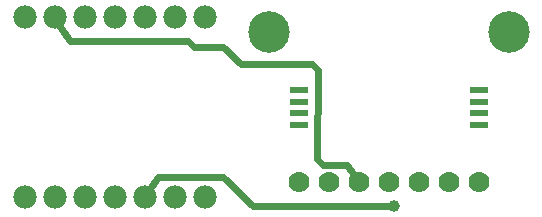
<source format=gbl>
G04 MADE WITH FRITZING*
G04 WWW.FRITZING.ORG*
G04 DOUBLE SIDED*
G04 HOLES PLATED*
G04 CONTOUR ON CENTER OF CONTOUR VECTOR*
%ASAXBY*%
%FSLAX23Y23*%
%MOIN*%
%OFA0B0*%
%SFA1.0B1.0*%
%ADD10C,0.138425*%
%ADD11C,0.070000*%
%ADD12C,0.078000*%
%ADD13C,0.039370*%
%ADD14R,0.061024X0.023622*%
%ADD15C,0.024000*%
%LNCOPPER0*%
G90*
G70*
G54D10*
X948Y746D03*
G54D11*
X1048Y246D03*
X1148Y246D03*
G54D10*
X1748Y746D03*
G54D11*
X1248Y246D03*
X1348Y246D03*
X1448Y246D03*
X1548Y246D03*
X1648Y246D03*
G54D12*
X134Y196D03*
X234Y196D03*
X334Y196D03*
X434Y196D03*
X534Y196D03*
X634Y196D03*
X734Y196D03*
X734Y797D03*
X634Y797D03*
X534Y797D03*
X434Y797D03*
X334Y797D03*
X234Y797D03*
X134Y797D03*
G54D13*
X1366Y167D03*
G54D14*
X1649Y437D03*
X1649Y476D03*
X1649Y515D03*
X1649Y555D03*
X1047Y555D03*
X1047Y515D03*
X1047Y476D03*
X1047Y437D03*
G54D15*
X1111Y619D02*
X1110Y324D01*
D02*
X1110Y324D02*
X1130Y305D01*
D02*
X854Y639D02*
X1091Y639D01*
D02*
X1130Y305D02*
X1208Y305D01*
D02*
X697Y698D02*
X795Y698D01*
D02*
X795Y698D02*
X854Y639D01*
D02*
X1091Y639D02*
X1111Y619D01*
D02*
X1208Y305D02*
X1231Y271D01*
D02*
X678Y718D02*
X697Y698D01*
D02*
X441Y718D02*
X678Y718D01*
D02*
X284Y718D02*
X441Y718D01*
D02*
X250Y771D02*
X284Y718D01*
D02*
X795Y265D02*
X894Y167D01*
D02*
X894Y167D02*
X1347Y167D01*
D02*
X579Y265D02*
X795Y265D01*
D02*
X550Y221D02*
X579Y265D01*
G04 End of Copper0*
M02*
</source>
